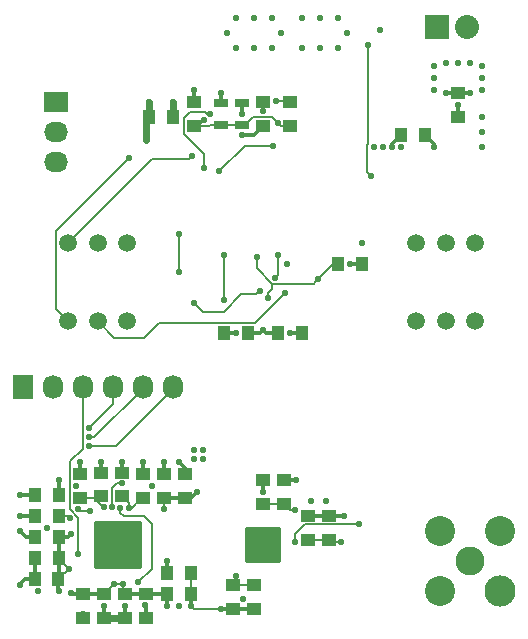
<source format=gbl>
G04 #@! TF.FileFunction,Copper,L4,Bot,Signal*
%FSLAX46Y46*%
G04 Gerber Fmt 4.6, Leading zero omitted, Abs format (unit mm)*
G04 Created by KiCad (PCBNEW (2015-09-23 BZR 6209)-product) date Thu 24 Sep 2015 02:01:43 PM EDT*
%MOMM*%
G01*
G04 APERTURE LIST*
%ADD10C,0.100000*%
%ADD11R,1.250000X1.000000*%
%ADD12R,1.000000X1.250000*%
%ADD13R,1.300000X0.700000*%
%ADD14C,1.500000*%
%ADD15R,2.032000X1.727200*%
%ADD16O,2.032000X1.727200*%
%ADD17R,2.032000X2.032000*%
%ADD18O,2.032000X2.032000*%
%ADD19C,2.440000*%
%ADD20C,2.540000*%
%ADD21C,2.640000*%
%ADD22R,1.727200X2.032000*%
%ADD23O,1.727200X2.032000*%
%ADD24C,0.584200*%
%ADD25C,0.177800*%
%ADD26C,0.304800*%
%ADD27C,0.584200*%
%ADD28C,0.254000*%
G04 APERTURE END LIST*
D10*
D11*
X24892000Y-11668000D03*
X24892000Y-9668000D03*
X16764000Y-11668000D03*
X16764000Y-9668000D03*
D12*
X12970000Y-10922000D03*
X14970000Y-10922000D03*
D11*
X22606000Y-11668000D03*
X22606000Y-9668000D03*
D12*
X28988000Y-23368000D03*
X30988000Y-23368000D03*
X19320000Y-29210000D03*
X21320000Y-29210000D03*
X25892000Y-29210000D03*
X23892000Y-29210000D03*
D11*
X39116000Y-8906000D03*
X39116000Y-10906000D03*
D12*
X34306000Y-12446000D03*
X36306000Y-12446000D03*
D11*
X21844000Y-52578000D03*
X21844000Y-50578000D03*
X20066000Y-52578000D03*
X20066000Y-50578000D03*
X10668000Y-43021000D03*
X10668000Y-41021000D03*
X12446000Y-43180000D03*
X12446000Y-41180000D03*
X8890000Y-43021000D03*
X8890000Y-41021000D03*
X7112000Y-43164000D03*
X7112000Y-41164000D03*
D12*
X5318000Y-42926000D03*
X3318000Y-42926000D03*
X5318000Y-44704000D03*
X3318000Y-44704000D03*
D11*
X7366000Y-51324000D03*
X7366000Y-53324000D03*
X9144000Y-51324000D03*
X9144000Y-53324000D03*
D12*
X5302000Y-50038000D03*
X3302000Y-50038000D03*
D11*
X26416000Y-44704000D03*
X26416000Y-46704000D03*
D12*
X5334000Y-48260000D03*
X3334000Y-48260000D03*
D11*
X28194000Y-44704000D03*
X28194000Y-46704000D03*
X24384000Y-41688000D03*
X24384000Y-43688000D03*
D12*
X5334000Y-46482000D03*
X3334000Y-46482000D03*
D11*
X22606000Y-41656000D03*
X22606000Y-43656000D03*
X16002000Y-43164000D03*
X16002000Y-41164000D03*
X14224000Y-43164000D03*
X14224000Y-41164000D03*
D12*
X14510000Y-51308000D03*
X16510000Y-51308000D03*
X14494000Y-49530000D03*
X16494000Y-49530000D03*
D11*
X10922000Y-51308000D03*
X10922000Y-53308000D03*
X12700000Y-51324000D03*
X12700000Y-53324000D03*
D13*
X19050000Y-9718000D03*
X19050000Y-11618000D03*
X20828000Y-11618000D03*
X20828000Y-9718000D03*
D14*
X38100000Y-28194000D03*
X35600000Y-28194000D03*
X40600000Y-28194000D03*
X38100000Y-21590000D03*
X35600000Y-21590000D03*
X40600000Y-21590000D03*
X8636000Y-21590000D03*
X6136000Y-21590000D03*
X11136000Y-21590000D03*
X8636000Y-28194000D03*
X6136000Y-28194000D03*
X11136000Y-28194000D03*
D15*
X5080000Y-9652000D03*
D16*
X5080000Y-12192000D03*
X5080000Y-14732000D03*
D17*
X37338000Y-3302000D03*
D18*
X39878000Y-3302000D03*
D19*
X40132000Y-48514000D03*
D20*
X37592000Y-45974000D03*
X42672000Y-45974000D03*
X37592000Y-51054000D03*
D21*
X42672000Y-51054000D03*
D22*
X2286000Y-33782000D03*
D23*
X4826000Y-33782000D03*
X7366000Y-33782000D03*
X9906000Y-33782000D03*
X12446000Y-33782000D03*
X14986000Y-33782000D03*
D24*
X17653000Y-11176000D03*
X23876000Y-11430000D03*
X22606000Y-10449159D03*
X23749000Y-9525000D03*
X2062961Y-50531158D03*
X2079988Y-42957869D03*
X2048119Y-44704000D03*
X2048119Y-45974000D03*
X7357061Y-52972596D03*
X6779119Y-42164000D03*
X14986000Y-9652000D03*
X25400000Y-41656000D03*
X9017000Y-47498000D03*
X9906000Y-47498000D03*
X10668000Y-47498000D03*
X10668000Y-48387000D03*
X11557000Y-45847000D03*
X9017000Y-45847000D03*
X11557000Y-48387000D03*
X23495000Y-48006000D03*
X11557000Y-47498000D03*
X23495000Y-47117000D03*
X11557000Y-46736000D03*
X21717000Y-48006000D03*
X22606000Y-46228000D03*
X9017000Y-46609000D03*
X23495000Y-46228000D03*
X3556000Y-51054000D03*
X14224000Y-40132000D03*
X9906000Y-46609000D03*
X12446000Y-40132000D03*
X10668000Y-40132000D03*
X8890000Y-40132000D03*
X7112000Y-40132000D03*
X9906000Y-48387000D03*
X9144000Y-52324000D03*
X10922000Y-52324000D03*
X16510000Y-52324000D03*
X29972000Y-23368000D03*
X19558000Y-3810000D03*
X29464000Y-44704000D03*
X20320000Y-5080000D03*
X10668000Y-46609000D03*
X23368000Y-2540000D03*
X22606000Y-47117000D03*
X9906000Y-45847000D03*
X21844000Y-2540000D03*
X24130000Y-3810000D03*
X21717000Y-46228000D03*
X21844000Y-5080000D03*
X41148000Y-13462000D03*
X41148000Y-10922000D03*
X12592858Y-52267976D03*
X15494000Y-40132000D03*
X39116000Y-9906000D03*
X23368000Y-5080000D03*
X22606000Y-42672000D03*
X20828000Y-10668000D03*
X10668000Y-45847000D03*
X41148000Y-12192000D03*
X16764000Y-8636000D03*
X9017000Y-48387000D03*
X24892000Y-29210000D03*
X13208000Y-42164000D03*
X37084000Y-13462000D03*
X20320000Y-29210000D03*
X24638000Y-23368000D03*
X19050000Y-52578000D03*
X20320000Y-2540000D03*
X21717000Y-47117000D03*
X32512000Y-3556000D03*
X22606000Y-48006000D03*
X12700000Y-12827000D03*
X12954000Y-9652000D03*
X20949580Y-51751411D03*
X27940000Y-43434000D03*
X26670000Y-43434000D03*
X30988000Y-21590000D03*
X25908000Y-5080000D03*
X25908000Y-2540000D03*
X28956000Y-2540000D03*
X28956000Y-5080000D03*
X27432000Y-5080000D03*
X27432000Y-2540000D03*
X29718000Y-3810000D03*
X37084000Y-8636000D03*
X37084000Y-6604000D03*
X37084000Y-7620000D03*
X38100000Y-8890000D03*
X40132000Y-8890000D03*
X41148000Y-8636000D03*
X41148000Y-6604000D03*
X38100000Y-6350000D03*
X40132000Y-6350000D03*
X39116000Y-6350000D03*
X41148000Y-7620000D03*
X20828000Y-12446000D03*
X19050000Y-8890000D03*
X22606000Y-28956000D03*
X23013538Y-26234563D03*
X27305000Y-24638000D03*
X22098000Y-22733000D03*
X34290000Y-13462000D03*
X32004000Y-13462000D03*
X16764000Y-39878000D03*
X16764000Y-39116000D03*
X6350000Y-51183520D03*
X6223000Y-49149000D03*
X14224000Y-44069000D03*
X10795000Y-50419000D03*
X10033000Y-50423438D03*
X4318000Y-45720000D03*
X17018000Y-42672000D03*
X6350000Y-46228000D03*
X5334000Y-41656000D03*
X5334000Y-51054000D03*
X15494000Y-52324000D03*
X14478000Y-48514000D03*
X14478000Y-52324000D03*
X33528000Y-13462000D03*
X32766000Y-13462000D03*
X17526000Y-39878000D03*
X17526000Y-39116000D03*
X11251591Y-44001594D03*
X9126065Y-43969309D03*
X10542990Y-43991561D03*
X12065000Y-50303562D03*
X25374525Y-44195479D03*
X6985000Y-47879000D03*
X7874000Y-37211000D03*
X7874000Y-38046673D03*
X7874000Y-38755346D03*
X31496000Y-4826000D03*
X31750000Y-15875000D03*
X18154107Y-10674893D03*
X17653000Y-15240000D03*
X19304000Y-22606000D03*
X19304000Y-26416000D03*
X16764000Y-26670000D03*
X22352000Y-25654000D03*
X24511000Y-25781000D03*
X23622000Y-24511000D03*
X23876000Y-22606000D03*
X9834734Y-43967572D03*
X10668000Y-41937562D03*
X16637000Y-14224000D03*
X11303000Y-14351000D03*
X30734000Y-45339000D03*
X25374438Y-46863000D03*
X15494000Y-24003000D03*
X15494000Y-20828000D03*
X20320000Y-49784000D03*
X6279994Y-44838497D03*
X6985000Y-44080562D03*
X8001000Y-44269845D03*
X29210000Y-46863000D03*
X23495000Y-13335000D03*
X18923000Y-15494000D03*
D25*
X18222200Y-11618000D02*
X18100200Y-11618000D01*
X18100200Y-11618000D02*
X18050200Y-11668000D01*
X16764000Y-11668000D02*
X17161000Y-11668000D01*
X17161000Y-11668000D02*
X17653000Y-11176000D01*
X18050200Y-11668000D02*
X16764000Y-11668000D01*
X19050000Y-11618000D02*
X18222200Y-11618000D01*
X20828000Y-11618000D02*
X19050000Y-11618000D01*
X23876000Y-11430000D02*
X23400639Y-10954639D01*
X23400639Y-10954639D02*
X21791361Y-10954639D01*
X21791361Y-10954639D02*
X21128000Y-11618000D01*
X21128000Y-11618000D02*
X20828000Y-11618000D01*
X24892000Y-11668000D02*
X24114000Y-11668000D01*
X24114000Y-11668000D02*
X23876000Y-11430000D01*
D26*
X22606000Y-9668000D02*
X22606000Y-10449159D01*
D25*
X23749000Y-9525000D02*
X24749000Y-9525000D01*
X24749000Y-9525000D02*
X24892000Y-9668000D01*
D27*
X9144000Y-53324000D02*
X10906000Y-53324000D01*
X10906000Y-53324000D02*
X10922000Y-53308000D01*
D26*
X2062961Y-50472239D02*
X2062961Y-50531158D01*
X3302000Y-50038000D02*
X2497200Y-50038000D01*
X2497200Y-50038000D02*
X2062961Y-50472239D01*
X2111857Y-42926000D02*
X2079988Y-42957869D01*
X3318000Y-42926000D02*
X2111857Y-42926000D01*
X2048119Y-46000919D02*
X2048119Y-45974000D01*
X2529200Y-46482000D02*
X2048119Y-46000919D01*
X3334000Y-46482000D02*
X2529200Y-46482000D01*
X3318000Y-44704000D02*
X2048119Y-44704000D01*
X7289237Y-53040420D02*
X7357061Y-52972596D01*
X7289237Y-53247237D02*
X7289237Y-53040420D01*
X7366000Y-53324000D02*
X7289237Y-53247237D01*
D27*
X14970000Y-10922000D02*
X14970000Y-9668000D01*
X14970000Y-9668000D02*
X14986000Y-9652000D01*
D25*
X16510000Y-51308000D02*
X16510000Y-49546000D01*
X16510000Y-49546000D02*
X16494000Y-49530000D01*
X19050000Y-52578000D02*
X16764000Y-52578000D01*
X16764000Y-52578000D02*
X16510000Y-52324000D01*
D26*
X24384000Y-41688000D02*
X25368000Y-41688000D01*
X25368000Y-41688000D02*
X25400000Y-41656000D01*
X16002000Y-41164000D02*
X16002000Y-40640000D01*
X14224000Y-41164000D02*
X14224000Y-40132000D01*
X12446000Y-41180000D02*
X12446000Y-40132000D01*
X10668000Y-41164000D02*
X10668000Y-40132000D01*
X8890000Y-41164000D02*
X8890000Y-40132000D01*
X9144000Y-53324000D02*
X9144000Y-52324000D01*
X10922000Y-53308000D02*
X10922000Y-52324000D01*
X12700000Y-53324000D02*
X12700000Y-52375118D01*
X16510000Y-51308000D02*
X16510000Y-52324000D01*
X3334000Y-48260000D02*
X3334000Y-50006000D01*
X21844000Y-52578000D02*
X20066000Y-52578000D01*
X16002000Y-40640000D02*
X15494000Y-40132000D01*
X26416000Y-44704000D02*
X28194000Y-44704000D01*
X22606000Y-41656000D02*
X22606000Y-42672000D01*
X30988000Y-23368000D02*
X29972000Y-23368000D01*
X3334000Y-50006000D02*
X3302000Y-50038000D01*
X37084000Y-13224000D02*
X36306000Y-12446000D01*
X20066000Y-52578000D02*
X19050000Y-52578000D01*
X7112000Y-41164000D02*
X7112000Y-40132000D01*
X16764000Y-8636000D02*
X16764000Y-9668000D01*
X39116000Y-10906000D02*
X39116000Y-9906000D01*
X12700000Y-52375118D02*
X12592858Y-52267976D01*
X28194000Y-44704000D02*
X29464000Y-44704000D01*
X37084000Y-13462000D02*
X37084000Y-13224000D01*
X20828000Y-9718000D02*
X20828000Y-10668000D01*
X19320000Y-29210000D02*
X20320000Y-29210000D01*
X25892000Y-29210000D02*
X24892000Y-29210000D01*
D27*
X12700000Y-12827000D02*
X12700000Y-11192000D01*
X12700000Y-11192000D02*
X12970000Y-10922000D01*
X12970000Y-10922000D02*
X12970000Y-9668000D01*
X12970000Y-9668000D02*
X12954000Y-9652000D01*
D26*
X39116000Y-8906000D02*
X38116000Y-8906000D01*
X38116000Y-8906000D02*
X38100000Y-8890000D01*
X39116000Y-8906000D02*
X40116000Y-8906000D01*
X40116000Y-8906000D02*
X40132000Y-8890000D01*
X20828000Y-12446000D02*
X21828000Y-12446000D01*
X21828000Y-12446000D02*
X22606000Y-11668000D01*
X19050000Y-8890000D02*
X19050000Y-9718000D01*
X21320000Y-29210000D02*
X22352000Y-29210000D01*
X22352000Y-29210000D02*
X22606000Y-28956000D01*
X23892000Y-29210000D02*
X22860000Y-29210000D01*
X22860000Y-29210000D02*
X22606000Y-28956000D01*
D25*
X27305000Y-24638000D02*
X28575000Y-23368000D01*
X28575000Y-23368000D02*
X28988000Y-23368000D01*
X23013538Y-26234563D02*
X23013538Y-25821472D01*
X23013538Y-25821472D02*
X23379377Y-25455633D01*
X23379377Y-25455633D02*
X23379377Y-25016462D01*
X26926538Y-25016462D02*
X27012901Y-24930099D01*
X27012901Y-24930099D02*
X27305000Y-24638000D01*
X22098000Y-23735085D02*
X23379377Y-25016462D01*
X22098000Y-22733000D02*
X22098000Y-23735085D01*
X23379377Y-25016462D02*
X26926538Y-25016462D01*
D26*
X6350000Y-51237800D02*
X6350000Y-51183520D01*
X6436200Y-51324000D02*
X6350000Y-51237800D01*
X7366000Y-51324000D02*
X6436200Y-51324000D01*
D25*
X6223000Y-49149000D02*
X6191000Y-49149000D01*
X6191000Y-49149000D02*
X5302000Y-50038000D01*
X6223000Y-49149000D02*
X5334000Y-48260000D01*
X14224000Y-44069000D02*
X14224000Y-43164000D01*
X10795000Y-50419000D02*
X10037438Y-50419000D01*
X10037438Y-50419000D02*
X10033000Y-50423438D01*
X10795000Y-50419000D02*
X10795000Y-51181000D01*
X10795000Y-51181000D02*
X10922000Y-51308000D01*
X10033000Y-50423438D02*
X10037438Y-50423438D01*
X10033000Y-50423438D02*
X10033000Y-50435000D01*
X10033000Y-50435000D02*
X9144000Y-51324000D01*
D26*
X16002000Y-43164000D02*
X14224000Y-43164000D01*
X16002000Y-43164000D02*
X16526000Y-43164000D01*
X16526000Y-43164000D02*
X17018000Y-42672000D01*
X5334000Y-46482000D02*
X6096000Y-46482000D01*
X6096000Y-46482000D02*
X6350000Y-46228000D01*
X5318000Y-42926000D02*
X5318000Y-41672000D01*
X5318000Y-41672000D02*
X5334000Y-41656000D01*
X5334000Y-46482000D02*
X5334000Y-48260000D01*
X5334000Y-48260000D02*
X5334000Y-50006000D01*
X5334000Y-50006000D02*
X5302000Y-50038000D01*
X5302000Y-50038000D02*
X5302000Y-51022000D01*
X5302000Y-51022000D02*
X5334000Y-51054000D01*
X14494000Y-49530000D02*
X14494000Y-48530000D01*
X14494000Y-48530000D02*
X14478000Y-48514000D01*
X14510000Y-51308000D02*
X14510000Y-52292000D01*
X14510000Y-52292000D02*
X14478000Y-52324000D01*
X12700000Y-51324000D02*
X14494000Y-51324000D01*
X14494000Y-51324000D02*
X14510000Y-51308000D01*
X10922000Y-51308000D02*
X12684000Y-51308000D01*
X12684000Y-51308000D02*
X12700000Y-51324000D01*
X9144000Y-51324000D02*
X7366000Y-51324000D01*
X33528000Y-13462000D02*
X33528000Y-13224000D01*
X33528000Y-13224000D02*
X34306000Y-12446000D01*
D25*
X11251591Y-44001594D02*
X11251591Y-43604591D01*
X11251591Y-43604591D02*
X10668000Y-43021000D01*
X11499406Y-44001594D02*
X11251591Y-44001594D01*
X12321000Y-43180000D02*
X11499406Y-44001594D01*
X12446000Y-43180000D02*
X12321000Y-43180000D01*
X8320756Y-43164000D02*
X8833966Y-43677210D01*
X8833966Y-43677210D02*
X9126065Y-43969309D01*
X7112000Y-43164000D02*
X8320756Y-43164000D01*
X13208000Y-49160562D02*
X13208000Y-45339000D01*
X10842338Y-44704000D02*
X10542990Y-44404652D01*
X12573000Y-44704000D02*
X10842338Y-44704000D01*
X12065000Y-50303562D02*
X13208000Y-49160562D01*
X10542990Y-44404652D02*
X10542990Y-43991561D01*
X13208000Y-45339000D02*
X12573000Y-44704000D01*
X24384000Y-43688000D02*
X22638000Y-43688000D01*
X22638000Y-43688000D02*
X22606000Y-43656000D01*
X25374525Y-44195479D02*
X24891479Y-44195479D01*
X24891479Y-44195479D02*
X24384000Y-43688000D01*
X6273639Y-44117286D02*
X6985000Y-44828647D01*
X6985000Y-47465909D02*
X6985000Y-47879000D01*
X6273639Y-40081361D02*
X6273639Y-44117286D01*
X6985000Y-44828647D02*
X6985000Y-47465909D01*
X7366000Y-38989000D02*
X6273639Y-40081361D01*
X7366000Y-33782000D02*
X7366000Y-38989000D01*
X7874000Y-37211000D02*
X9906000Y-35179000D01*
X9906000Y-35179000D02*
X9906000Y-33782000D01*
X8287091Y-38046673D02*
X7874000Y-38046673D01*
X8333727Y-38046673D02*
X8287091Y-38046673D01*
X12446000Y-33934400D02*
X8333727Y-38046673D01*
X12446000Y-33782000D02*
X12446000Y-33934400D01*
X8287091Y-38755346D02*
X7874000Y-38755346D01*
X10165054Y-38755346D02*
X8287091Y-38755346D01*
X14986000Y-33934400D02*
X10165054Y-38755346D01*
X14986000Y-33782000D02*
X14986000Y-33934400D01*
X31496000Y-5239091D02*
X31496000Y-4826000D01*
X31496000Y-13221917D02*
X31496000Y-5239091D01*
X31457901Y-15582901D02*
X31457901Y-13260016D01*
X31750000Y-15875000D02*
X31457901Y-15582901D01*
X31457901Y-13260016D02*
X31496000Y-13221917D01*
X17741901Y-10502901D02*
X18034000Y-10795000D01*
X16420049Y-10502901D02*
X17741901Y-10502901D01*
X15925639Y-10997311D02*
X16420049Y-10502901D01*
X15925639Y-12338689D02*
X15925639Y-10997311D01*
X17653000Y-14066050D02*
X15925639Y-12338689D01*
X17653000Y-15240000D02*
X17653000Y-14066050D01*
X18034000Y-10795000D02*
X18154107Y-10674893D01*
X19304000Y-26416000D02*
X19304000Y-22606000D01*
X19304000Y-27432000D02*
X17526000Y-27432000D01*
X17526000Y-27432000D02*
X16764000Y-26670000D01*
X20789901Y-25946099D02*
X19304000Y-27432000D01*
X22352000Y-25654000D02*
X22059901Y-25946099D01*
X22059901Y-25946099D02*
X20789901Y-25946099D01*
X12573000Y-29591000D02*
X10033000Y-29591000D01*
X10033000Y-29591000D02*
X8636000Y-28194000D01*
X13792361Y-28371639D02*
X12573000Y-29591000D01*
X24511000Y-25781000D02*
X21920361Y-28371639D01*
X21920361Y-28371639D02*
X13792361Y-28371639D01*
X23876000Y-22606000D02*
X23876000Y-24257000D01*
X23876000Y-24257000D02*
X23622000Y-24511000D01*
X9827770Y-43960608D02*
X9834734Y-43967572D01*
X9827770Y-42364701D02*
X9827770Y-43960608D01*
X10668000Y-41937562D02*
X10254909Y-41937562D01*
X10254909Y-41937562D02*
X9827770Y-42364701D01*
X16637000Y-14224000D02*
X16344901Y-14516099D01*
X6885999Y-20840001D02*
X6136000Y-21590000D01*
X16344901Y-14516099D02*
X13209901Y-14516099D01*
X13209901Y-14516099D02*
X6885999Y-20840001D01*
X5080000Y-27138000D02*
X5080000Y-20574000D01*
X5080000Y-20574000D02*
X11303000Y-14351000D01*
X6136000Y-28194000D02*
X5080000Y-27138000D01*
X26193589Y-45417361D02*
X30655639Y-45417361D01*
X30655639Y-45417361D02*
X30734000Y-45339000D01*
X25374438Y-46236512D02*
X26193589Y-45417361D01*
X25374438Y-46863000D02*
X25374438Y-46236512D01*
X15494000Y-20828000D02*
X15494000Y-24003000D01*
X20066000Y-50578000D02*
X21844000Y-50578000D01*
X20320000Y-49784000D02*
X20320000Y-50324000D01*
X20320000Y-50324000D02*
X20066000Y-50578000D01*
X6145497Y-44704000D02*
X6279994Y-44838497D01*
X5318000Y-44704000D02*
X6145497Y-44704000D01*
X8001000Y-44269845D02*
X7174283Y-44269845D01*
X7174283Y-44269845D02*
X6985000Y-44080562D01*
X28194000Y-46704000D02*
X26416000Y-46704000D01*
X29210000Y-46863000D02*
X28353000Y-46863000D01*
X28353000Y-46863000D02*
X28194000Y-46704000D01*
X18923000Y-15494000D02*
X21082000Y-13335000D01*
X21082000Y-13335000D02*
X23495000Y-13335000D01*
D28*
G36*
X24003000Y-48514000D02*
X21209000Y-48514000D01*
X21209000Y-45720000D01*
X24003000Y-45720000D01*
X24003000Y-48514000D01*
X24003000Y-48514000D01*
G37*
X24003000Y-48514000D02*
X21209000Y-48514000D01*
X21209000Y-45720000D01*
X24003000Y-45720000D01*
X24003000Y-48514000D01*
G36*
X12192000Y-49022000D02*
X8382000Y-49022000D01*
X8382000Y-45212000D01*
X12192000Y-45212000D01*
X12192000Y-49022000D01*
X12192000Y-49022000D01*
G37*
X12192000Y-49022000D02*
X8382000Y-49022000D01*
X8382000Y-45212000D01*
X12192000Y-45212000D01*
X12192000Y-49022000D01*
M02*

</source>
